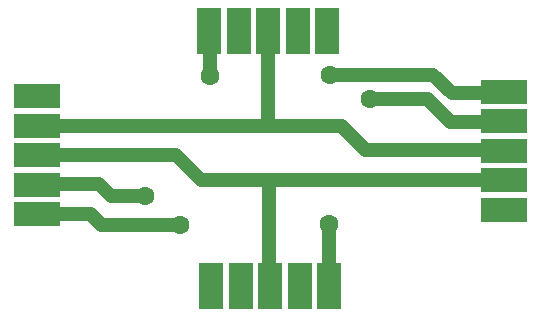
<source format=gtl>
G04 Layer_Physical_Order=1*
G04 Layer_Color=255*
%FSLAX44Y44*%
%MOMM*%
G71*
G01*
G75*
%ADD10R,4.0000X2.0000*%
%ADD11R,2.0000X4.0000*%
%ADD12C,1.2000*%
%ADD13C,1.6000*%
D10*
X722250Y825000D02*
D03*
Y850000D02*
D03*
Y875000D02*
D03*
Y900000D02*
D03*
Y925000D02*
D03*
X1118250Y829000D02*
D03*
Y854000D02*
D03*
Y879000D02*
D03*
Y904000D02*
D03*
Y929000D02*
D03*
D11*
X870250Y764500D02*
D03*
X895250D02*
D03*
X920250D02*
D03*
X945250D02*
D03*
X970250D02*
D03*
X968500Y980000D02*
D03*
X943500D02*
D03*
X918500D02*
D03*
X893500D02*
D03*
X868500D02*
D03*
D12*
X768250Y825000D02*
X777250Y816000D01*
X843750D01*
X861250Y853750D02*
X1112750D01*
X1106500Y879500D02*
X1000500D01*
X980500Y899500D01*
X727750D01*
X722250Y875000D02*
X840000D01*
X861250Y853750D01*
X813750Y840750D02*
X785500D01*
X775250Y851000D01*
X728250D01*
X725000Y824500D02*
X723500Y823000D01*
X722250Y825000D02*
X768250D01*
X869250Y942500D02*
Y971415D01*
X868500Y980000D02*
Y962830D01*
X869250Y962080D01*
X918000Y900000D02*
Y980000D01*
X970750Y943000D02*
X1058250D01*
X1073750Y927500D01*
X1107000D01*
X1112750Y933250D01*
Y903250D02*
X1072750D01*
X1053500Y922500D01*
X1005000D01*
X919250Y853500D02*
Y765000D01*
X970250Y764500D02*
Y817000D01*
D13*
X843750Y816000D02*
D03*
X813750Y840750D02*
D03*
X869250Y942500D02*
D03*
X970750Y943000D02*
D03*
X1005000Y922500D02*
D03*
X970250Y817000D02*
D03*
M02*

</source>
